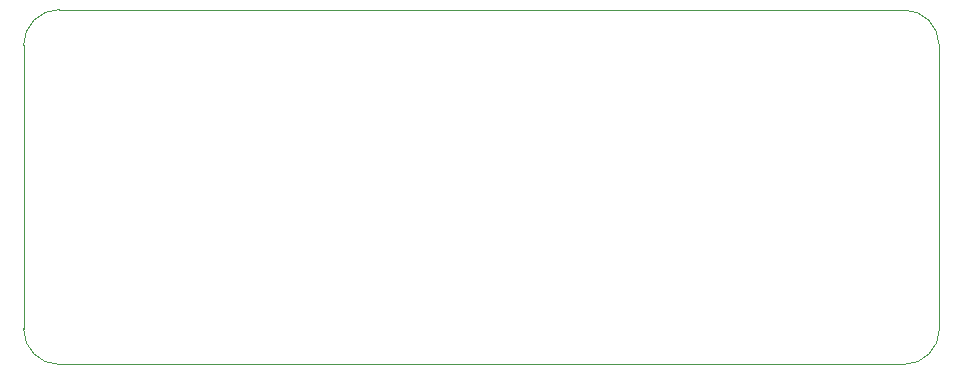
<source format=gbr>
%TF.GenerationSoftware,KiCad,Pcbnew,(7.0.0)*%
%TF.CreationDate,2023-06-11T18:09:50+09:00*%
%TF.ProjectId,rMDU,724d4455-2e6b-4696-9361-645f70636258,rev?*%
%TF.SameCoordinates,Original*%
%TF.FileFunction,Profile,NP*%
%FSLAX46Y46*%
G04 Gerber Fmt 4.6, Leading zero omitted, Abs format (unit mm)*
G04 Created by KiCad (PCBNEW (7.0.0)) date 2023-06-11 18:09:50*
%MOMM*%
%LPD*%
G01*
G04 APERTURE LIST*
%TA.AperFunction,Profile*%
%ADD10C,0.100000*%
%TD*%
G04 APERTURE END LIST*
D10*
X74500000Y-25126D02*
G75*
G03*
X77525126Y3000000I0J3025126D01*
G01*
X-25126Y3000000D02*
G75*
G03*
X3000000Y-25126I3025126J0D01*
G01*
X3000000Y-25126D02*
X74500000Y-25126D01*
X-25126Y27000000D02*
X-25126Y3000000D01*
X77500000Y27000000D02*
G75*
G03*
X74500000Y30000000I-3000000J0D01*
G01*
X77500000Y27000000D02*
X77525126Y3000000D01*
X3000000Y30025126D02*
G75*
G03*
X-25126Y27000000I0J-3025126D01*
G01*
X74500000Y30000000D02*
X3000000Y30025126D01*
M02*

</source>
